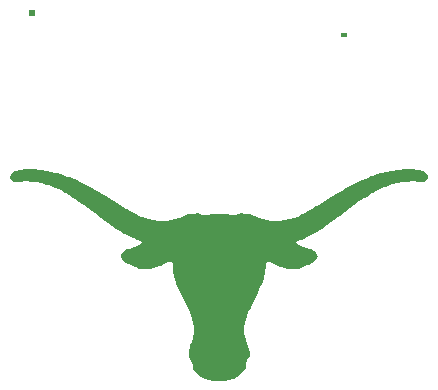
<source format=gbs>
G04 Layer: BottomSolderMaskLayer*
G04 EasyEDA v6.5.50, 2025-08-15 22:22:53*
G04 78b981eca6ee4c28b6080d7fc2fd3244,645267f41e9e4d7b8b91459b463e1a24,10*
G04 Gerber Generator version 0.2*
G04 Scale: 100 percent, Rotated: No, Reflected: No *
G04 Dimensions in millimeters *
G04 leading zeros omitted , absolute positions ,4 integer and 5 decimal *
%FSLAX45Y45*%
%MOMM*%

%AMMACRO1*4,1,8,-0.2211,-0.1908,-0.2508,-0.161,-0.2508,0.1611,-0.2211,0.1908,0.221,0.1908,0.2508,0.1611,0.2508,-0.161,0.221,-0.1908,-0.2211,-0.1908,0*%
%ADD10C,0.6100*%
%ADD11MACRO1*%
%ADD12C,0.0161*%

%LPD*%
G36*
X2663088Y-1873707D02*
G01*
X2629509Y-1877263D01*
X2607513Y-1880768D01*
X2588971Y-1884375D01*
X2569311Y-1889048D01*
X2556306Y-1898650D01*
X2544876Y-1912010D01*
X2541270Y-1919478D01*
X2537460Y-1928266D01*
X2537460Y-1945487D01*
X2544876Y-1957679D01*
X2552903Y-1969262D01*
X2557729Y-1974697D01*
X2568143Y-1981911D01*
X2585770Y-1981758D01*
X2613304Y-1978050D01*
X2667152Y-1975459D01*
X2716377Y-1977999D01*
X2746502Y-1981454D01*
X2768498Y-1985060D01*
X2786989Y-1988566D01*
X2803245Y-1992223D01*
X2825242Y-1997913D01*
X2847238Y-2004263D01*
X2857652Y-2008225D01*
X2864612Y-2010206D01*
X2880817Y-2015947D01*
X2912059Y-2028291D01*
X2945638Y-2043379D01*
X2980385Y-2060956D01*
X3003550Y-2074062D01*
X3007055Y-2075688D01*
X3052216Y-2102662D01*
X3067354Y-2113026D01*
X3070758Y-2114702D01*
X3087319Y-2125624D01*
X3120237Y-2148179D01*
X3158744Y-2176018D01*
X3284677Y-2270404D01*
X3289757Y-2273858D01*
X3307791Y-2287727D01*
X3366008Y-2330653D01*
X3394964Y-2350973D01*
X3434384Y-2377135D01*
X3450590Y-2387600D01*
X3482543Y-2407056D01*
X3493414Y-2413101D01*
X3501542Y-2417978D01*
X3513124Y-2423972D01*
X3521201Y-2428748D01*
X3559403Y-2447950D01*
X3582568Y-2458466D01*
X3602278Y-2466898D01*
X3608070Y-2468829D01*
X3639312Y-2480767D01*
X3646271Y-2482748D01*
X3655466Y-2486101D01*
X3656228Y-2488387D01*
X3645357Y-2499258D01*
X3627323Y-2512974D01*
X3625900Y-2512974D01*
X3610356Y-2522931D01*
X3594811Y-2530348D01*
X3592525Y-2530348D01*
X3584905Y-2533548D01*
X3561740Y-2540609D01*
X3546703Y-2544572D01*
X3521201Y-2552496D01*
X3501542Y-2561945D01*
X3488436Y-2572004D01*
X3480460Y-2583078D01*
X3476447Y-2591155D01*
X3472027Y-2605074D01*
X3471976Y-2617368D01*
X3478733Y-2630932D01*
X3488232Y-2643530D01*
X3501847Y-2655366D01*
X3516020Y-2664815D01*
X3539794Y-2676855D01*
X3570986Y-2690520D01*
X3577945Y-2693314D01*
X3599942Y-2703779D01*
X3618484Y-2710738D01*
X3630066Y-2713583D01*
X3652062Y-2718308D01*
X3707637Y-2718460D01*
X3729685Y-2714447D01*
X3747008Y-2710891D01*
X3771341Y-2704033D01*
X3795674Y-2696057D01*
X3813606Y-2689098D01*
X3838498Y-2678328D01*
X3873195Y-2661818D01*
X3883914Y-2655417D01*
X3895750Y-2655417D01*
X3904538Y-2660091D01*
X3910329Y-2664561D01*
X3911904Y-2710434D01*
X3914140Y-2732430D01*
X3916883Y-2748686D01*
X3920388Y-2766060D01*
X3924858Y-2784551D01*
X3929583Y-2800756D01*
X3931361Y-2809036D01*
X3933190Y-2812034D01*
X3935069Y-2819298D01*
X3942943Y-2841294D01*
X3951224Y-2861005D01*
X3956304Y-2873756D01*
X3965549Y-2894025D01*
X3989070Y-2942640D01*
X4034536Y-3033572D01*
X4047286Y-3061360D01*
X4057345Y-3085642D01*
X4066286Y-3108807D01*
X4069537Y-3116427D01*
X4069537Y-3119729D01*
X4072737Y-3127349D01*
X4078020Y-3145282D01*
X4083253Y-3164433D01*
X4086758Y-3180638D01*
X4090314Y-3200298D01*
X4093870Y-3225038D01*
X4093870Y-3246221D01*
X4090365Y-3270961D01*
X4086656Y-3288334D01*
X4080001Y-3311499D01*
X4070553Y-3339287D01*
X4068572Y-3346246D01*
X4060088Y-3370529D01*
X4058158Y-3377488D01*
X4055770Y-3384448D01*
X4052315Y-3397199D01*
X4048912Y-3411067D01*
X4045204Y-3430778D01*
X4045204Y-3450285D01*
X4052468Y-3463188D01*
X4058564Y-3471316D01*
X4061307Y-3475939D01*
X4065727Y-3485184D01*
X4069232Y-3494481D01*
X4072737Y-3506063D01*
X4079036Y-3536137D01*
X4080764Y-3552494D01*
X4086910Y-3564686D01*
X4104335Y-3587445D01*
X4126890Y-3610254D01*
X4148734Y-3628644D01*
X4172051Y-3644137D01*
X4183634Y-3648760D01*
X4195216Y-3652265D01*
X4209084Y-3655822D01*
X4226458Y-3659479D01*
X4253077Y-3663442D01*
X4357319Y-3663492D01*
X4382820Y-3659428D01*
X4400143Y-3655822D01*
X4414062Y-3652265D01*
X4427982Y-3647592D01*
X4434890Y-3644950D01*
X4442612Y-3640785D01*
X4459528Y-3629456D01*
X4475429Y-3616502D01*
X4501845Y-3590594D01*
X4517237Y-3572052D01*
X4524095Y-3561638D01*
X4527905Y-3553510D01*
X4531664Y-3530346D01*
X4535271Y-3511854D01*
X4538878Y-3499104D01*
X4543348Y-3485184D01*
X4549089Y-3473805D01*
X4563465Y-3453129D01*
X4563211Y-3423513D01*
X4555744Y-3391408D01*
X4552442Y-3380994D01*
X4536084Y-3332327D01*
X4534103Y-3325368D01*
X4528413Y-3309162D01*
X4521352Y-3282543D01*
X4518660Y-3269792D01*
X4515612Y-3234385D01*
X4517694Y-3208426D01*
X4521301Y-3187547D01*
X4524806Y-3170224D01*
X4529937Y-3150209D01*
X4535373Y-3130804D01*
X4538573Y-3123234D01*
X4538573Y-3119882D01*
X4541774Y-3112312D01*
X4548733Y-3093770D01*
X4559706Y-3067151D01*
X4570069Y-3043986D01*
X4581702Y-3019653D01*
X4630928Y-2921203D01*
X4643069Y-2895752D01*
X4653280Y-2873197D01*
X4665167Y-2844800D01*
X4669586Y-2833217D01*
X4671568Y-2826258D01*
X4677511Y-2808884D01*
X4680712Y-2798470D01*
X4684318Y-2785719D01*
X4690567Y-2760268D01*
X4692192Y-2748686D01*
X4694885Y-2734767D01*
X4698390Y-2704642D01*
X4698339Y-2666339D01*
X4705908Y-2659430D01*
X4713173Y-2655417D01*
X4725314Y-2655417D01*
X4735982Y-2661818D01*
X4771898Y-2678836D01*
X4789271Y-2686456D01*
X4802022Y-2691688D01*
X4813604Y-2696159D01*
X4820513Y-2698089D01*
X4836769Y-2703779D01*
X4862220Y-2710840D01*
X4879594Y-2714345D01*
X4901590Y-2718460D01*
X4956048Y-2718460D01*
X4978044Y-2714193D01*
X4986782Y-2711043D01*
X4991252Y-2711043D01*
X4998872Y-2707792D01*
X5009286Y-2703830D01*
X5030165Y-2693873D01*
X5045760Y-2686710D01*
X5048300Y-2686710D01*
X5054447Y-2683560D01*
X5062575Y-2680106D01*
X5092649Y-2665323D01*
X5109972Y-2653690D01*
X5123230Y-2641447D01*
X5132019Y-2628239D01*
X5136184Y-2620619D01*
X5137454Y-2610866D01*
X5135067Y-2596286D01*
X5126990Y-2579573D01*
X5116982Y-2568905D01*
X5107736Y-2561945D01*
X5085334Y-2551226D01*
X5082794Y-2551226D01*
X5061407Y-2544470D01*
X5046370Y-2540508D01*
X5022037Y-2532735D01*
X5012283Y-2529281D01*
X4997704Y-2522118D01*
X4990744Y-2517800D01*
X4981803Y-2512872D01*
X4964125Y-2499258D01*
X4955743Y-2491384D01*
X4953203Y-2486609D01*
X4974539Y-2478582D01*
X4982667Y-2475738D01*
X4989626Y-2474010D01*
X4994249Y-2471521D01*
X5024374Y-2459482D01*
X5052161Y-2446782D01*
X5079949Y-2432761D01*
X5098440Y-2422906D01*
X5108905Y-2416911D01*
X5112359Y-2415286D01*
X5159857Y-2386685D01*
X5177231Y-2375154D01*
X5180685Y-2373579D01*
X5221224Y-2345842D01*
X5255056Y-2322220D01*
X5312714Y-2279142D01*
X5323128Y-2271725D01*
X5330799Y-2265070D01*
X5339334Y-2259330D01*
X5447233Y-2178304D01*
X5492191Y-2145995D01*
X5534609Y-2116937D01*
X5535472Y-2116937D01*
X5554726Y-2104288D01*
X5602224Y-2075637D01*
X5605678Y-2074062D01*
X5612638Y-2069846D01*
X5628843Y-2060956D01*
X5663692Y-2043379D01*
X5685586Y-2033422D01*
X5700623Y-2026869D01*
X5719165Y-2019401D01*
X5736539Y-2013051D01*
X5768949Y-2002231D01*
X5779414Y-1999081D01*
X5807202Y-1991969D01*
X5822238Y-1988566D01*
X5840780Y-1985060D01*
X5862777Y-1981454D01*
X5892901Y-1977999D01*
X5942228Y-1975459D01*
X5994806Y-1978050D01*
X6023762Y-1981707D01*
X6041085Y-1982012D01*
X6051448Y-1975053D01*
X6063284Y-1960372D01*
X6067653Y-1951888D01*
X6070447Y-1948434D01*
X6073140Y-1938223D01*
X6070295Y-1922983D01*
X6062827Y-1909318D01*
X6047282Y-1893519D01*
X6037224Y-1887626D01*
X6031433Y-1887626D01*
X6025286Y-1885289D01*
X6002883Y-1880920D01*
X5980887Y-1877314D01*
X5950762Y-1874012D01*
X5866231Y-1873707D01*
X5831484Y-1877212D01*
X5801410Y-1880768D01*
X5778246Y-1884273D01*
X5758535Y-1887778D01*
X5723788Y-1894738D01*
X5668213Y-1908759D01*
X5645048Y-1915515D01*
X5610301Y-1926945D01*
X5592927Y-1932889D01*
X5566308Y-1943455D01*
X5558231Y-1946452D01*
X5545480Y-1951583D01*
X5513324Y-1965756D01*
X5479440Y-1981606D01*
X5428488Y-2007057D01*
X5407660Y-2018385D01*
X5396077Y-2024430D01*
X5382209Y-2032304D01*
X5375249Y-2035759D01*
X5362498Y-2043023D01*
X5356707Y-2046782D01*
X5340502Y-2055672D01*
X5333542Y-2060143D01*
X5330088Y-2061768D01*
X5293614Y-2083307D01*
X5229656Y-2122170D01*
X5223510Y-2126183D01*
X5218887Y-2128570D01*
X5211927Y-2133092D01*
X5207304Y-2135479D01*
X5201056Y-2139543D01*
X5157520Y-2166162D01*
X5148275Y-2172055D01*
X5144770Y-2173732D01*
X5137861Y-2178304D01*
X5133187Y-2180640D01*
X5126278Y-2185212D01*
X5122773Y-2186838D01*
X5111191Y-2194153D01*
X5105400Y-2197252D01*
X5091531Y-2206040D01*
X5088026Y-2207717D01*
X5060188Y-2224176D01*
X5056784Y-2225802D01*
X5048656Y-2230729D01*
X5038242Y-2236368D01*
X5028438Y-2242108D01*
X4993081Y-2261565D01*
X4969510Y-2273300D01*
X4966817Y-2273300D01*
X4960670Y-2276500D01*
X4943297Y-2282748D01*
X4936337Y-2284679D01*
X4929378Y-2286965D01*
X4915509Y-2290927D01*
X4905248Y-2294128D01*
X4900269Y-2294128D01*
X4890008Y-2297328D01*
X4871466Y-2300935D01*
X4849469Y-2304491D01*
X4819396Y-2308453D01*
X4740656Y-2308402D01*
X4719218Y-2304542D01*
X4712157Y-2304542D01*
X4679238Y-2297328D01*
X4653788Y-2289606D01*
X4641037Y-2284679D01*
X4635093Y-2282799D01*
X4630623Y-2280361D01*
X4612081Y-2272131D01*
X4608626Y-2269845D01*
X4585462Y-2256739D01*
X4569256Y-2252472D01*
X4542586Y-2252472D01*
X4528718Y-2255824D01*
X4520133Y-2255926D01*
X4518812Y-2253742D01*
X4511344Y-2249932D01*
X4499762Y-2245461D01*
X4479544Y-2245461D01*
X4469638Y-2249373D01*
X4461408Y-2254504D01*
X4449978Y-2259126D01*
X4436059Y-2262276D01*
X4418685Y-2262073D01*
X4402480Y-2259228D01*
X4371238Y-2252522D01*
X4348327Y-2248611D01*
X4328363Y-2250084D01*
X4316780Y-2253437D01*
X4304182Y-2258364D01*
X4299407Y-2256180D01*
X4290161Y-2252624D01*
X4278579Y-2249525D01*
X4255414Y-2249525D01*
X4238040Y-2252624D01*
X4206748Y-2259330D01*
X4190542Y-2262124D01*
X4172051Y-2262124D01*
X4159300Y-2259076D01*
X4147718Y-2254453D01*
X4141724Y-2250236D01*
X4129684Y-2245461D01*
X4109516Y-2245461D01*
X4097934Y-2249932D01*
X4090415Y-2253742D01*
X4089095Y-2255926D01*
X4080560Y-2255824D01*
X4066641Y-2252472D01*
X4040022Y-2252472D01*
X4023766Y-2256790D01*
X4012234Y-2263241D01*
X4003446Y-2268728D01*
X3998315Y-2270963D01*
X3994861Y-2273249D01*
X3978656Y-2280361D01*
X3974185Y-2282799D01*
X3968242Y-2284679D01*
X3955491Y-2289606D01*
X3940403Y-2294229D01*
X3928821Y-2297531D01*
X3897122Y-2304542D01*
X3890060Y-2304542D01*
X3868623Y-2308402D01*
X3789883Y-2308453D01*
X3759758Y-2304491D01*
X3737762Y-2300935D01*
X3719220Y-2297430D01*
X3678682Y-2286914D01*
X3662476Y-2281174D01*
X3655568Y-2279396D01*
X3641953Y-2273300D01*
X3639972Y-2273300D01*
X3623106Y-2265172D01*
X3602278Y-2253691D01*
X3590696Y-2247696D01*
X3583736Y-2243582D01*
X3565194Y-2233523D01*
X3557117Y-2228545D01*
X3553663Y-2226970D01*
X3550158Y-2224684D01*
X3521151Y-2207717D01*
X3517747Y-2206091D01*
X3510787Y-2201519D01*
X3507333Y-2199894D01*
X3493414Y-2191156D01*
X3488791Y-2188972D01*
X3480663Y-2183434D01*
X3477209Y-2181758D01*
X3470249Y-2177186D01*
X3465626Y-2174798D01*
X3458667Y-2170226D01*
X3454044Y-2167839D01*
X3396132Y-2132025D01*
X3391509Y-2129637D01*
X3385413Y-2125624D01*
X3273399Y-2058314D01*
X3269894Y-2056688D01*
X3262985Y-2052167D01*
X3256026Y-2048713D01*
X3227070Y-2031949D01*
X3173780Y-2003501D01*
X3125165Y-1979371D01*
X3100222Y-1967534D01*
X3099104Y-1967534D01*
X3060903Y-1950161D01*
X3058871Y-1950161D01*
X3041802Y-1942947D01*
X3033674Y-1939950D01*
X3020923Y-1934718D01*
X2998927Y-1926843D01*
X2991967Y-1924812D01*
X2964180Y-1915464D01*
X2941015Y-1908759D01*
X2915564Y-1901850D01*
X2884271Y-1894738D01*
X2850692Y-1887778D01*
X2807868Y-1880768D01*
X2780080Y-1877314D01*
X2741828Y-1873707D01*
G37*
D10*
G01*
X2716098Y-550903D03*
D11*
G01*
X5362900Y-737412D03*
M02*

</source>
